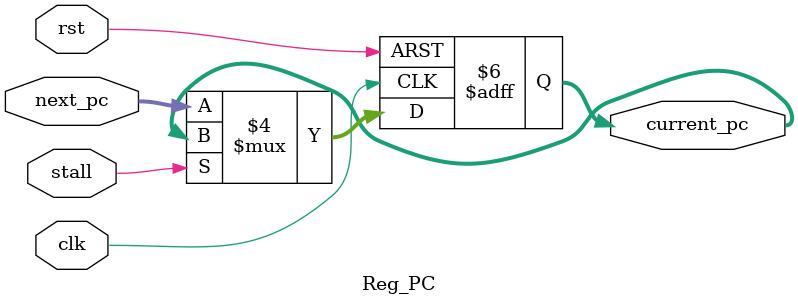
<source format=v>
module Reg_PC (
    input clk,
    input rst,
    input stall, 
    input [31:0] next_pc,
    output reg [31:0] current_pc
);


always @(posedge clk or posedge rst) begin
    if(rst) begin
        current_pc <= 32'd0;
    end
    else begin
        if(stall == 1'b1)
            current_pc <= current_pc;
        else
            current_pc <= next_pc;
    end
end

endmodule
</source>
